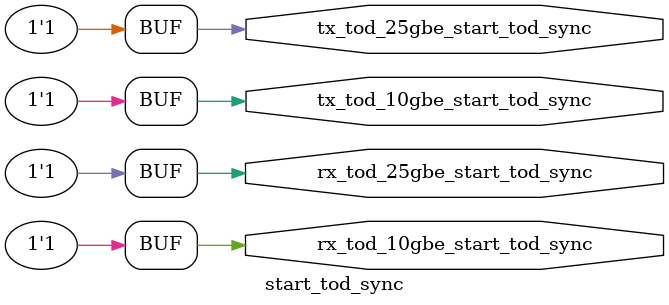
<source format=v>

module start_tod_sync(

	output                                    tx_tod_25gbe_start_tod_sync,
	output                                    rx_tod_25gbe_start_tod_sync,
	output                                    tx_tod_10gbe_start_tod_sync,
	output                                    rx_tod_10gbe_start_tod_sync
);

// RX & TX TOD's start_tod_sync
assign tx_tod_25gbe_start_tod_sync = 1'b1;
assign rx_tod_25gbe_start_tod_sync = 1'b1;
assign tx_tod_10gbe_start_tod_sync = 1'b1;
assign rx_tod_10gbe_start_tod_sync = 1'b1;

endmodule

</source>
